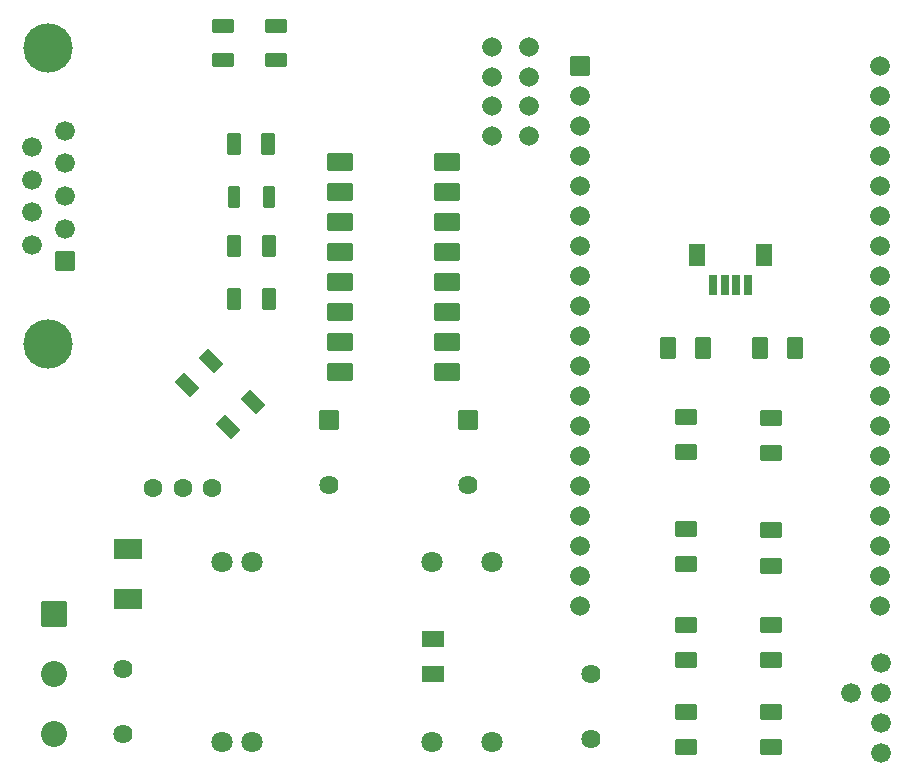
<source format=gbr>
%TF.GenerationSoftware,KiCad,Pcbnew,9.0.0*%
%TF.CreationDate,2025-06-18T07:15:52-06:00*%
%TF.ProjectId,schematic_Mk2.1,73636865-6d61-4746-9963-5f4d6b322e31,rev?*%
%TF.SameCoordinates,Original*%
%TF.FileFunction,Soldermask,Bot*%
%TF.FilePolarity,Negative*%
%FSLAX46Y46*%
G04 Gerber Fmt 4.6, Leading zero omitted, Abs format (unit mm)*
G04 Created by KiCad (PCBNEW 9.0.0) date 2025-06-18 07:15:52*
%MOMM*%
%LPD*%
G01*
G04 APERTURE LIST*
G04 Aperture macros list*
%AMRoundRect*
0 Rectangle with rounded corners*
0 $1 Rounding radius*
0 $2 $3 $4 $5 $6 $7 $8 $9 X,Y pos of 4 corners*
0 Add a 4 corners polygon primitive as box body*
4,1,4,$2,$3,$4,$5,$6,$7,$8,$9,$2,$3,0*
0 Add four circle primitives for the rounded corners*
1,1,$1+$1,$2,$3*
1,1,$1+$1,$4,$5*
1,1,$1+$1,$6,$7*
1,1,$1+$1,$8,$9*
0 Add four rect primitives between the rounded corners*
20,1,$1+$1,$2,$3,$4,$5,0*
20,1,$1+$1,$4,$5,$6,$7,0*
20,1,$1+$1,$6,$7,$8,$9,0*
20,1,$1+$1,$8,$9,$2,$3,0*%
G04 Aperture macros list end*
%ADD10C,1.661600*%
%ADD11C,1.600200*%
%ADD12C,1.671600*%
%ADD13RoundRect,0.050800X-0.780000X-0.780000X0.780000X-0.780000X0.780000X0.780000X-0.780000X0.780000X0*%
%ADD14C,1.676600*%
%ADD15RoundRect,0.050800X-0.787500X0.787500X-0.787500X-0.787500X0.787500X-0.787500X0.787500X0.787500X0*%
%ADD16C,4.167600*%
%ADD17C,1.625600*%
%ADD18RoundRect,0.050800X-0.762000X0.762000X-0.762000X-0.762000X0.762000X-0.762000X0.762000X0.762000X0*%
%ADD19RoundRect,0.050800X-1.050000X1.050000X-1.050000X-1.050000X1.050000X-1.050000X1.050000X1.050000X0*%
%ADD20C,2.201600*%
%ADD21C,1.801600*%
%ADD22RoundRect,0.050800X0.304800X0.774700X-0.304800X0.774700X-0.304800X-0.774700X0.304800X-0.774700X0*%
%ADD23RoundRect,0.050800X0.596900X0.901700X-0.596900X0.901700X-0.596900X-0.901700X0.596900X-0.901700X0*%
%ADD24RoundRect,0.050800X-0.585000X-0.885000X0.585000X-0.885000X0.585000X0.885000X-0.585000X0.885000X0*%
%ADD25RoundRect,0.050800X0.885000X-0.585000X0.885000X0.585000X-0.885000X0.585000X-0.885000X-0.585000X0*%
%ADD26RoundRect,0.050800X-0.525000X-0.860000X0.525000X-0.860000X0.525000X0.860000X-0.525000X0.860000X0*%
%ADD27RoundRect,0.050800X0.236881X-0.979343X0.979343X-0.236881X-0.236881X0.979343X-0.979343X0.236881X0*%
%ADD28RoundRect,0.050800X-1.104900X0.825500X-1.104900X-0.825500X1.104900X-0.825500X1.104900X0.825500X0*%
%ADD29RoundRect,0.050800X-0.860000X0.525000X-0.860000X-0.525000X0.860000X-0.525000X0.860000X0.525000X0*%
%ADD30RoundRect,0.050800X-0.445000X-0.840000X0.445000X-0.840000X0.445000X0.840000X-0.445000X0.840000X0*%
%ADD31RoundRect,0.050800X-0.885000X0.585000X-0.885000X-0.585000X0.885000X-0.585000X0.885000X0.585000X0*%
%ADD32RoundRect,0.050800X-1.045000X-0.695000X1.045000X-0.695000X1.045000X0.695000X-1.045000X0.695000X0*%
%ADD33RoundRect,0.050800X-0.910000X0.600000X-0.910000X-0.600000X0.910000X-0.600000X0.910000X0.600000X0*%
G04 APERTURE END LIST*
D10*
%TO.C,J5*%
X142800000Y-68900000D03*
X145900000Y-68900000D03*
X142800000Y-66400000D03*
X145900000Y-66400000D03*
X142800000Y-63900000D03*
X145900000Y-63900000D03*
X142800000Y-61400000D03*
X145900000Y-61400000D03*
%TD*%
D11*
%TO.C,J4*%
X119104900Y-98745100D03*
X116604900Y-98745100D03*
X114104900Y-98745100D03*
%TD*%
D12*
%TO.C,S1*%
X175750000Y-113509150D03*
X175750000Y-116049150D03*
X175750000Y-118589150D03*
X175750000Y-121129150D03*
X173210000Y-116049150D03*
%TD*%
D13*
%TO.C,U1*%
X150250000Y-63029150D03*
D10*
X150250000Y-65569150D03*
X150250000Y-68109150D03*
X150250000Y-70649150D03*
X150250000Y-73189150D03*
X150250000Y-75729150D03*
X150250000Y-78269150D03*
X150250000Y-80809150D03*
X150250000Y-83349150D03*
X150250000Y-85889150D03*
X150250000Y-88429150D03*
X150250000Y-90969150D03*
X150250000Y-93509150D03*
X150250000Y-96049150D03*
X150250000Y-98589150D03*
X150250000Y-101129150D03*
X150250000Y-103669150D03*
X150250000Y-106209150D03*
X150250000Y-108749150D03*
X175650000Y-63029150D03*
X175650000Y-65569150D03*
X175650000Y-68109150D03*
X175650000Y-70649150D03*
X175650000Y-73189150D03*
X175650000Y-75729150D03*
X175650000Y-78269150D03*
X175650000Y-80809150D03*
X175650000Y-83349150D03*
X175650000Y-85889150D03*
X175650000Y-88429150D03*
X175650000Y-90969150D03*
X175650000Y-93509150D03*
X175650000Y-96049150D03*
X175650000Y-98589150D03*
X175650000Y-101129150D03*
X175650000Y-103669150D03*
X175650000Y-106209150D03*
X175650000Y-108749150D03*
%TD*%
D14*
%TO.C,J1*%
X106670000Y-68465000D03*
X106670000Y-71235000D03*
D15*
X106670000Y-79545000D03*
D14*
X106670000Y-76775000D03*
X106670000Y-74005000D03*
X103830000Y-78160000D03*
X103830000Y-75390000D03*
X103830000Y-72620000D03*
X103830000Y-69850000D03*
D16*
X105250000Y-61510000D03*
X105250000Y-86500000D03*
%TD*%
D17*
%TO.C,RF2*%
X151210000Y-119989150D03*
X151210000Y-114477350D03*
%TD*%
%TO.C,RF1*%
X111550000Y-114061700D03*
X111550000Y-119573500D03*
%TD*%
D18*
%TO.C,C2*%
X140750000Y-93000000D03*
D17*
X140750000Y-98511800D03*
%TD*%
D19*
%TO.C,J2*%
X105725000Y-109415000D03*
D20*
X105725000Y-114495000D03*
X105725000Y-119575000D03*
%TD*%
D18*
%TO.C,C1*%
X129000000Y-93000000D03*
D17*
X129000000Y-98511800D03*
%TD*%
D21*
%TO.C,PS1*%
X119970000Y-104969150D03*
X122510000Y-104969150D03*
X122510000Y-120209150D03*
X119970000Y-120209150D03*
X137750000Y-120209150D03*
X142830000Y-120209150D03*
X142830000Y-104969150D03*
X137750000Y-104969150D03*
%TD*%
D22*
%TO.C,J3*%
X164500000Y-81527600D03*
X163499999Y-81527600D03*
X162500001Y-81527600D03*
X161500000Y-81527600D03*
D23*
X165799999Y-79002601D03*
X160200001Y-79002601D03*
%TD*%
D24*
%TO.C,R18*%
X157706000Y-86906000D03*
X160694000Y-86906000D03*
%TD*%
D25*
%TO.C,R11*%
X166400000Y-105294000D03*
X166400000Y-102306000D03*
%TD*%
%TO.C,R13*%
X166400000Y-113294000D03*
X166400000Y-110306000D03*
%TD*%
D26*
%TO.C,R6*%
X120990000Y-82750000D03*
X123910000Y-82750000D03*
%TD*%
D27*
%TO.C,R8*%
X120467624Y-93532376D03*
X122532376Y-91467624D03*
%TD*%
D28*
%TO.C,D1*%
X112000000Y-103879100D03*
X112000000Y-108120900D03*
%TD*%
D29*
%TO.C,R1*%
X124500000Y-59580000D03*
X124500000Y-62500000D03*
%TD*%
D26*
%TO.C,R5*%
X120990000Y-78250000D03*
X123910000Y-78250000D03*
%TD*%
D30*
%TO.C,R4*%
X120955000Y-74100000D03*
X123945000Y-74100000D03*
%TD*%
D26*
%TO.C,R3*%
X120950000Y-69600000D03*
X123870000Y-69600000D03*
%TD*%
D24*
%TO.C,R17*%
X165506000Y-86906000D03*
X168494000Y-86906000D03*
%TD*%
D31*
%TO.C,R10*%
X159200000Y-92706000D03*
X159200000Y-95694000D03*
%TD*%
D32*
%TO.C,U2*%
X129930000Y-88890000D03*
X129930000Y-86350000D03*
X129930000Y-83810000D03*
X129930000Y-81270000D03*
X129930000Y-78730000D03*
X129930000Y-76190000D03*
X129930000Y-73650000D03*
X129930000Y-71110000D03*
X139010000Y-71110000D03*
X139010000Y-73650000D03*
X139010000Y-76190000D03*
X139010000Y-78730000D03*
X139010000Y-81270000D03*
X139010000Y-83810000D03*
X139010000Y-86350000D03*
X139010000Y-88890000D03*
%TD*%
D31*
%TO.C,R9*%
X166400000Y-92800000D03*
X166400000Y-95788000D03*
%TD*%
D25*
%TO.C,R12*%
X159200000Y-105200000D03*
X159200000Y-102212000D03*
%TD*%
D31*
%TO.C,R14*%
X159200000Y-110306000D03*
X159200000Y-113294000D03*
%TD*%
D25*
%TO.C,R16*%
X166400000Y-120694000D03*
X166400000Y-117706000D03*
%TD*%
D29*
%TO.C,R2*%
X120000000Y-59580000D03*
X120000000Y-62500000D03*
%TD*%
D25*
%TO.C,R15*%
X159200000Y-120694000D03*
X159200000Y-117706000D03*
%TD*%
D33*
%TO.C,C3*%
X137800000Y-111540000D03*
X137800000Y-114460000D03*
%TD*%
D27*
%TO.C,R7*%
X116967624Y-90032376D03*
X119032376Y-87967624D03*
%TD*%
M02*

</source>
